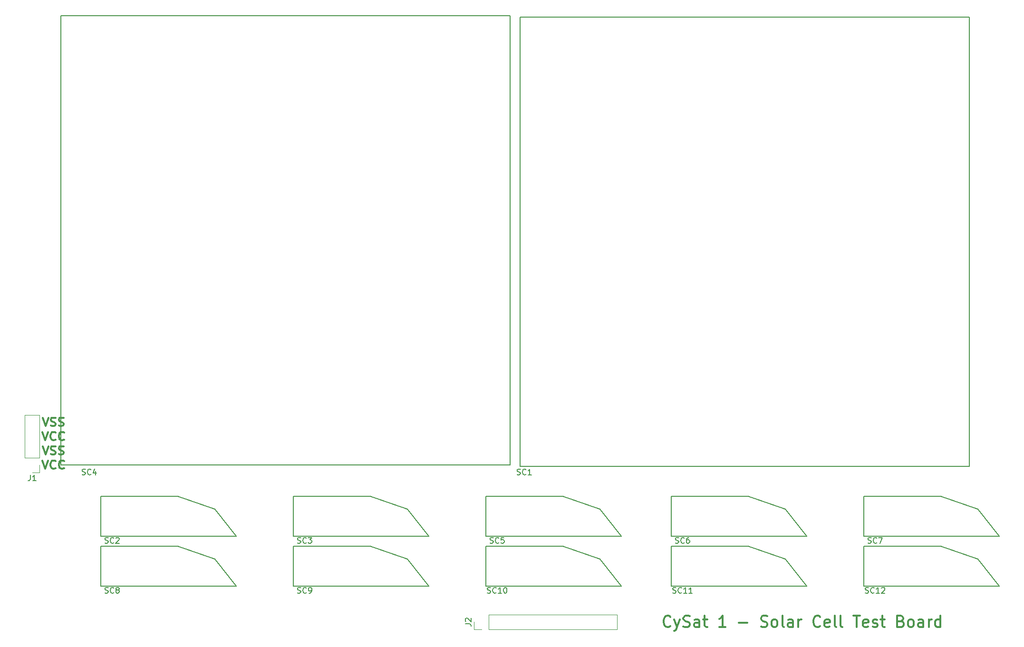
<source format=gbr>
G04 #@! TF.FileFunction,Legend,Top*
%FSLAX46Y46*%
G04 Gerber Fmt 4.6, Leading zero omitted, Abs format (unit mm)*
G04 Created by KiCad (PCBNEW 4.0.7) date Fri Jun 29 23:21:57 2018*
%MOMM*%
%LPD*%
G01*
G04 APERTURE LIST*
%ADD10C,0.100000*%
%ADD11C,0.300000*%
%ADD12C,0.120000*%
%ADD13C,0.150000*%
G04 APERTURE END LIST*
D10*
D11*
X104680000Y-100778571D02*
X105180000Y-102278571D01*
X105680000Y-100778571D01*
X107037143Y-102135714D02*
X106965714Y-102207143D01*
X106751428Y-102278571D01*
X106608571Y-102278571D01*
X106394286Y-102207143D01*
X106251428Y-102064286D01*
X106180000Y-101921429D01*
X106108571Y-101635714D01*
X106108571Y-101421429D01*
X106180000Y-101135714D01*
X106251428Y-100992857D01*
X106394286Y-100850000D01*
X106608571Y-100778571D01*
X106751428Y-100778571D01*
X106965714Y-100850000D01*
X107037143Y-100921429D01*
X108537143Y-102135714D02*
X108465714Y-102207143D01*
X108251428Y-102278571D01*
X108108571Y-102278571D01*
X107894286Y-102207143D01*
X107751428Y-102064286D01*
X107680000Y-101921429D01*
X107608571Y-101635714D01*
X107608571Y-101421429D01*
X107680000Y-101135714D01*
X107751428Y-100992857D01*
X107894286Y-100850000D01*
X108108571Y-100778571D01*
X108251428Y-100778571D01*
X108465714Y-100850000D01*
X108537143Y-100921429D01*
X104751429Y-98238571D02*
X105251429Y-99738571D01*
X105751429Y-98238571D01*
X106180000Y-99667143D02*
X106394286Y-99738571D01*
X106751429Y-99738571D01*
X106894286Y-99667143D01*
X106965715Y-99595714D01*
X107037143Y-99452857D01*
X107037143Y-99310000D01*
X106965715Y-99167143D01*
X106894286Y-99095714D01*
X106751429Y-99024286D01*
X106465715Y-98952857D01*
X106322857Y-98881429D01*
X106251429Y-98810000D01*
X106180000Y-98667143D01*
X106180000Y-98524286D01*
X106251429Y-98381429D01*
X106322857Y-98310000D01*
X106465715Y-98238571D01*
X106822857Y-98238571D01*
X107037143Y-98310000D01*
X107608571Y-99667143D02*
X107822857Y-99738571D01*
X108180000Y-99738571D01*
X108322857Y-99667143D01*
X108394286Y-99595714D01*
X108465714Y-99452857D01*
X108465714Y-99310000D01*
X108394286Y-99167143D01*
X108322857Y-99095714D01*
X108180000Y-99024286D01*
X107894286Y-98952857D01*
X107751428Y-98881429D01*
X107680000Y-98810000D01*
X107608571Y-98667143D01*
X107608571Y-98524286D01*
X107680000Y-98381429D01*
X107751428Y-98310000D01*
X107894286Y-98238571D01*
X108251428Y-98238571D01*
X108465714Y-98310000D01*
X104680000Y-95698571D02*
X105180000Y-97198571D01*
X105680000Y-95698571D01*
X107037143Y-97055714D02*
X106965714Y-97127143D01*
X106751428Y-97198571D01*
X106608571Y-97198571D01*
X106394286Y-97127143D01*
X106251428Y-96984286D01*
X106180000Y-96841429D01*
X106108571Y-96555714D01*
X106108571Y-96341429D01*
X106180000Y-96055714D01*
X106251428Y-95912857D01*
X106394286Y-95770000D01*
X106608571Y-95698571D01*
X106751428Y-95698571D01*
X106965714Y-95770000D01*
X107037143Y-95841429D01*
X108537143Y-97055714D02*
X108465714Y-97127143D01*
X108251428Y-97198571D01*
X108108571Y-97198571D01*
X107894286Y-97127143D01*
X107751428Y-96984286D01*
X107680000Y-96841429D01*
X107608571Y-96555714D01*
X107608571Y-96341429D01*
X107680000Y-96055714D01*
X107751428Y-95912857D01*
X107894286Y-95770000D01*
X108108571Y-95698571D01*
X108251428Y-95698571D01*
X108465714Y-95770000D01*
X108537143Y-95841429D01*
X104751429Y-93158571D02*
X105251429Y-94658571D01*
X105751429Y-93158571D01*
X106180000Y-94587143D02*
X106394286Y-94658571D01*
X106751429Y-94658571D01*
X106894286Y-94587143D01*
X106965715Y-94515714D01*
X107037143Y-94372857D01*
X107037143Y-94230000D01*
X106965715Y-94087143D01*
X106894286Y-94015714D01*
X106751429Y-93944286D01*
X106465715Y-93872857D01*
X106322857Y-93801429D01*
X106251429Y-93730000D01*
X106180000Y-93587143D01*
X106180000Y-93444286D01*
X106251429Y-93301429D01*
X106322857Y-93230000D01*
X106465715Y-93158571D01*
X106822857Y-93158571D01*
X107037143Y-93230000D01*
X107608571Y-94587143D02*
X107822857Y-94658571D01*
X108180000Y-94658571D01*
X108322857Y-94587143D01*
X108394286Y-94515714D01*
X108465714Y-94372857D01*
X108465714Y-94230000D01*
X108394286Y-94087143D01*
X108322857Y-94015714D01*
X108180000Y-93944286D01*
X107894286Y-93872857D01*
X107751428Y-93801429D01*
X107680000Y-93730000D01*
X107608571Y-93587143D01*
X107608571Y-93444286D01*
X107680000Y-93301429D01*
X107751428Y-93230000D01*
X107894286Y-93158571D01*
X108251428Y-93158571D01*
X108465714Y-93230000D01*
X216553808Y-130254286D02*
X216458570Y-130349524D01*
X216172855Y-130444762D01*
X215982379Y-130444762D01*
X215696665Y-130349524D01*
X215506189Y-130159048D01*
X215410950Y-129968571D01*
X215315712Y-129587619D01*
X215315712Y-129301905D01*
X215410950Y-128920952D01*
X215506189Y-128730476D01*
X215696665Y-128540000D01*
X215982379Y-128444762D01*
X216172855Y-128444762D01*
X216458570Y-128540000D01*
X216553808Y-128635238D01*
X217220474Y-129111429D02*
X217696665Y-130444762D01*
X218172855Y-129111429D02*
X217696665Y-130444762D01*
X217506189Y-130920952D01*
X217410950Y-131016190D01*
X217220474Y-131111429D01*
X218839522Y-130349524D02*
X219125237Y-130444762D01*
X219601427Y-130444762D01*
X219791903Y-130349524D01*
X219887141Y-130254286D01*
X219982380Y-130063810D01*
X219982380Y-129873333D01*
X219887141Y-129682857D01*
X219791903Y-129587619D01*
X219601427Y-129492381D01*
X219220475Y-129397143D01*
X219029999Y-129301905D01*
X218934760Y-129206667D01*
X218839522Y-129016190D01*
X218839522Y-128825714D01*
X218934760Y-128635238D01*
X219029999Y-128540000D01*
X219220475Y-128444762D01*
X219696665Y-128444762D01*
X219982380Y-128540000D01*
X221696665Y-130444762D02*
X221696665Y-129397143D01*
X221601427Y-129206667D01*
X221410951Y-129111429D01*
X221029999Y-129111429D01*
X220839522Y-129206667D01*
X221696665Y-130349524D02*
X221506189Y-130444762D01*
X221029999Y-130444762D01*
X220839522Y-130349524D01*
X220744284Y-130159048D01*
X220744284Y-129968571D01*
X220839522Y-129778095D01*
X221029999Y-129682857D01*
X221506189Y-129682857D01*
X221696665Y-129587619D01*
X222363332Y-129111429D02*
X223125237Y-129111429D01*
X222649046Y-128444762D02*
X222649046Y-130159048D01*
X222744285Y-130349524D01*
X222934761Y-130444762D01*
X223125237Y-130444762D01*
X226363333Y-130444762D02*
X225220475Y-130444762D01*
X225791904Y-130444762D02*
X225791904Y-128444762D01*
X225601428Y-128730476D01*
X225410952Y-128920952D01*
X225220475Y-129016190D01*
X228744285Y-129682857D02*
X230268095Y-129682857D01*
X232649047Y-130349524D02*
X232934762Y-130444762D01*
X233410952Y-130444762D01*
X233601428Y-130349524D01*
X233696666Y-130254286D01*
X233791905Y-130063810D01*
X233791905Y-129873333D01*
X233696666Y-129682857D01*
X233601428Y-129587619D01*
X233410952Y-129492381D01*
X233030000Y-129397143D01*
X232839524Y-129301905D01*
X232744285Y-129206667D01*
X232649047Y-129016190D01*
X232649047Y-128825714D01*
X232744285Y-128635238D01*
X232839524Y-128540000D01*
X233030000Y-128444762D01*
X233506190Y-128444762D01*
X233791905Y-128540000D01*
X234934762Y-130444762D02*
X234744286Y-130349524D01*
X234649047Y-130254286D01*
X234553809Y-130063810D01*
X234553809Y-129492381D01*
X234649047Y-129301905D01*
X234744286Y-129206667D01*
X234934762Y-129111429D01*
X235220476Y-129111429D01*
X235410952Y-129206667D01*
X235506190Y-129301905D01*
X235601428Y-129492381D01*
X235601428Y-130063810D01*
X235506190Y-130254286D01*
X235410952Y-130349524D01*
X235220476Y-130444762D01*
X234934762Y-130444762D01*
X236744286Y-130444762D02*
X236553810Y-130349524D01*
X236458571Y-130159048D01*
X236458571Y-128444762D01*
X238363333Y-130444762D02*
X238363333Y-129397143D01*
X238268095Y-129206667D01*
X238077619Y-129111429D01*
X237696667Y-129111429D01*
X237506190Y-129206667D01*
X238363333Y-130349524D02*
X238172857Y-130444762D01*
X237696667Y-130444762D01*
X237506190Y-130349524D01*
X237410952Y-130159048D01*
X237410952Y-129968571D01*
X237506190Y-129778095D01*
X237696667Y-129682857D01*
X238172857Y-129682857D01*
X238363333Y-129587619D01*
X239315714Y-130444762D02*
X239315714Y-129111429D01*
X239315714Y-129492381D02*
X239410953Y-129301905D01*
X239506191Y-129206667D01*
X239696667Y-129111429D01*
X239887143Y-129111429D01*
X243220477Y-130254286D02*
X243125239Y-130349524D01*
X242839524Y-130444762D01*
X242649048Y-130444762D01*
X242363334Y-130349524D01*
X242172858Y-130159048D01*
X242077619Y-129968571D01*
X241982381Y-129587619D01*
X241982381Y-129301905D01*
X242077619Y-128920952D01*
X242172858Y-128730476D01*
X242363334Y-128540000D01*
X242649048Y-128444762D01*
X242839524Y-128444762D01*
X243125239Y-128540000D01*
X243220477Y-128635238D01*
X244839524Y-130349524D02*
X244649048Y-130444762D01*
X244268096Y-130444762D01*
X244077619Y-130349524D01*
X243982381Y-130159048D01*
X243982381Y-129397143D01*
X244077619Y-129206667D01*
X244268096Y-129111429D01*
X244649048Y-129111429D01*
X244839524Y-129206667D01*
X244934762Y-129397143D01*
X244934762Y-129587619D01*
X243982381Y-129778095D01*
X246077620Y-130444762D02*
X245887144Y-130349524D01*
X245791905Y-130159048D01*
X245791905Y-128444762D01*
X247125239Y-130444762D02*
X246934763Y-130349524D01*
X246839524Y-130159048D01*
X246839524Y-128444762D01*
X249125239Y-128444762D02*
X250268096Y-128444762D01*
X249696668Y-130444762D02*
X249696668Y-128444762D01*
X251696668Y-130349524D02*
X251506192Y-130444762D01*
X251125240Y-130444762D01*
X250934763Y-130349524D01*
X250839525Y-130159048D01*
X250839525Y-129397143D01*
X250934763Y-129206667D01*
X251125240Y-129111429D01*
X251506192Y-129111429D01*
X251696668Y-129206667D01*
X251791906Y-129397143D01*
X251791906Y-129587619D01*
X250839525Y-129778095D01*
X252553811Y-130349524D02*
X252744288Y-130444762D01*
X253125240Y-130444762D01*
X253315716Y-130349524D01*
X253410954Y-130159048D01*
X253410954Y-130063810D01*
X253315716Y-129873333D01*
X253125240Y-129778095D01*
X252839526Y-129778095D01*
X252649049Y-129682857D01*
X252553811Y-129492381D01*
X252553811Y-129397143D01*
X252649049Y-129206667D01*
X252839526Y-129111429D01*
X253125240Y-129111429D01*
X253315716Y-129206667D01*
X253982383Y-129111429D02*
X254744288Y-129111429D01*
X254268097Y-128444762D02*
X254268097Y-130159048D01*
X254363336Y-130349524D01*
X254553812Y-130444762D01*
X254744288Y-130444762D01*
X257601431Y-129397143D02*
X257887145Y-129492381D01*
X257982384Y-129587619D01*
X258077622Y-129778095D01*
X258077622Y-130063810D01*
X257982384Y-130254286D01*
X257887145Y-130349524D01*
X257696669Y-130444762D01*
X256934764Y-130444762D01*
X256934764Y-128444762D01*
X257601431Y-128444762D01*
X257791907Y-128540000D01*
X257887145Y-128635238D01*
X257982384Y-128825714D01*
X257982384Y-129016190D01*
X257887145Y-129206667D01*
X257791907Y-129301905D01*
X257601431Y-129397143D01*
X256934764Y-129397143D01*
X259220479Y-130444762D02*
X259030003Y-130349524D01*
X258934764Y-130254286D01*
X258839526Y-130063810D01*
X258839526Y-129492381D01*
X258934764Y-129301905D01*
X259030003Y-129206667D01*
X259220479Y-129111429D01*
X259506193Y-129111429D01*
X259696669Y-129206667D01*
X259791907Y-129301905D01*
X259887145Y-129492381D01*
X259887145Y-130063810D01*
X259791907Y-130254286D01*
X259696669Y-130349524D01*
X259506193Y-130444762D01*
X259220479Y-130444762D01*
X261601431Y-130444762D02*
X261601431Y-129397143D01*
X261506193Y-129206667D01*
X261315717Y-129111429D01*
X260934765Y-129111429D01*
X260744288Y-129206667D01*
X261601431Y-130349524D02*
X261410955Y-130444762D01*
X260934765Y-130444762D01*
X260744288Y-130349524D01*
X260649050Y-130159048D01*
X260649050Y-129968571D01*
X260744288Y-129778095D01*
X260934765Y-129682857D01*
X261410955Y-129682857D01*
X261601431Y-129587619D01*
X262553812Y-130444762D02*
X262553812Y-129111429D01*
X262553812Y-129492381D02*
X262649051Y-129301905D01*
X262744289Y-129206667D01*
X262934765Y-129111429D01*
X263125241Y-129111429D01*
X264649050Y-130444762D02*
X264649050Y-128444762D01*
X264649050Y-130349524D02*
X264458574Y-130444762D01*
X264077622Y-130444762D01*
X263887146Y-130349524D01*
X263791907Y-130254286D01*
X263696669Y-130063810D01*
X263696669Y-129492381D01*
X263791907Y-129301905D01*
X263887146Y-129206667D01*
X264077622Y-129111429D01*
X264458574Y-129111429D01*
X264649050Y-129206667D01*
D12*
X104200000Y-92650000D02*
X101540000Y-92650000D01*
X104200000Y-100330000D02*
X104200000Y-92650000D01*
X101540000Y-100330000D02*
X101540000Y-92650000D01*
X104200000Y-100330000D02*
X101540000Y-100330000D01*
X104200000Y-101600000D02*
X104200000Y-102930000D01*
X104200000Y-102930000D02*
X102870000Y-102930000D01*
X207070000Y-130870000D02*
X207070000Y-128210000D01*
X184150000Y-130870000D02*
X207070000Y-130870000D01*
X184150000Y-128210000D02*
X207070000Y-128210000D01*
X184150000Y-130870000D02*
X184150000Y-128210000D01*
X182880000Y-130870000D02*
X181550000Y-130870000D01*
X181550000Y-130870000D02*
X181550000Y-129540000D01*
D13*
X189788800Y-101803200D02*
X189788800Y-21793200D01*
X189788800Y-21793200D02*
X269798800Y-21793200D01*
X269798800Y-21793200D02*
X269798800Y-101803200D01*
X269798800Y-101803200D02*
X189788800Y-101803200D01*
X115062000Y-114300000D02*
X115062000Y-107188000D01*
X115062000Y-107188000D02*
X128778000Y-107188000D01*
X128778000Y-107188000D02*
X135382000Y-109474000D01*
X135382000Y-109474000D02*
X139192000Y-114300000D01*
X139192000Y-114300000D02*
X115062000Y-114300000D01*
X149352000Y-114300000D02*
X149352000Y-107188000D01*
X149352000Y-107188000D02*
X163068000Y-107188000D01*
X163068000Y-107188000D02*
X169672000Y-109474000D01*
X169672000Y-109474000D02*
X173482000Y-114300000D01*
X173482000Y-114300000D02*
X149352000Y-114300000D01*
X107950000Y-101600000D02*
X107950000Y-21590000D01*
X107950000Y-21590000D02*
X187960000Y-21590000D01*
X187960000Y-21590000D02*
X187960000Y-101600000D01*
X187960000Y-101600000D02*
X107950000Y-101600000D01*
X183642000Y-114300000D02*
X183642000Y-107188000D01*
X183642000Y-107188000D02*
X197358000Y-107188000D01*
X197358000Y-107188000D02*
X203962000Y-109474000D01*
X203962000Y-109474000D02*
X207772000Y-114300000D01*
X207772000Y-114300000D02*
X183642000Y-114300000D01*
X216662000Y-114300000D02*
X216662000Y-107188000D01*
X216662000Y-107188000D02*
X230378000Y-107188000D01*
X230378000Y-107188000D02*
X236982000Y-109474000D01*
X236982000Y-109474000D02*
X240792000Y-114300000D01*
X240792000Y-114300000D02*
X216662000Y-114300000D01*
X250952000Y-114300000D02*
X250952000Y-107188000D01*
X250952000Y-107188000D02*
X264668000Y-107188000D01*
X264668000Y-107188000D02*
X271272000Y-109474000D01*
X271272000Y-109474000D02*
X275082000Y-114300000D01*
X275082000Y-114300000D02*
X250952000Y-114300000D01*
X115062000Y-123190000D02*
X115062000Y-116078000D01*
X115062000Y-116078000D02*
X128778000Y-116078000D01*
X128778000Y-116078000D02*
X135382000Y-118364000D01*
X135382000Y-118364000D02*
X139192000Y-123190000D01*
X139192000Y-123190000D02*
X115062000Y-123190000D01*
X149352000Y-123190000D02*
X149352000Y-116078000D01*
X149352000Y-116078000D02*
X163068000Y-116078000D01*
X163068000Y-116078000D02*
X169672000Y-118364000D01*
X169672000Y-118364000D02*
X173482000Y-123190000D01*
X173482000Y-123190000D02*
X149352000Y-123190000D01*
X183642000Y-123190000D02*
X183642000Y-116078000D01*
X183642000Y-116078000D02*
X197358000Y-116078000D01*
X197358000Y-116078000D02*
X203962000Y-118364000D01*
X203962000Y-118364000D02*
X207772000Y-123190000D01*
X207772000Y-123190000D02*
X183642000Y-123190000D01*
X216662000Y-123190000D02*
X216662000Y-116078000D01*
X216662000Y-116078000D02*
X230378000Y-116078000D01*
X230378000Y-116078000D02*
X236982000Y-118364000D01*
X236982000Y-118364000D02*
X240792000Y-123190000D01*
X240792000Y-123190000D02*
X216662000Y-123190000D01*
X250952000Y-123190000D02*
X250952000Y-116078000D01*
X250952000Y-116078000D02*
X264668000Y-116078000D01*
X264668000Y-116078000D02*
X271272000Y-118364000D01*
X271272000Y-118364000D02*
X275082000Y-123190000D01*
X275082000Y-123190000D02*
X250952000Y-123190000D01*
X102536667Y-103382381D02*
X102536667Y-104096667D01*
X102489047Y-104239524D01*
X102393809Y-104334762D01*
X102250952Y-104382381D01*
X102155714Y-104382381D01*
X103536667Y-104382381D02*
X102965238Y-104382381D01*
X103250952Y-104382381D02*
X103250952Y-103382381D01*
X103155714Y-103525238D01*
X103060476Y-103620476D01*
X102965238Y-103668095D01*
X180002381Y-129873333D02*
X180716667Y-129873333D01*
X180859524Y-129920953D01*
X180954762Y-130016191D01*
X181002381Y-130159048D01*
X181002381Y-130254286D01*
X180097619Y-129444762D02*
X180050000Y-129397143D01*
X180002381Y-129301905D01*
X180002381Y-129063809D01*
X180050000Y-128968571D01*
X180097619Y-128920952D01*
X180192857Y-128873333D01*
X180288095Y-128873333D01*
X180430952Y-128920952D01*
X181002381Y-129492381D01*
X181002381Y-128873333D01*
X189238095Y-103274762D02*
X189380952Y-103322381D01*
X189619048Y-103322381D01*
X189714286Y-103274762D01*
X189761905Y-103227143D01*
X189809524Y-103131905D01*
X189809524Y-103036667D01*
X189761905Y-102941429D01*
X189714286Y-102893810D01*
X189619048Y-102846190D01*
X189428571Y-102798571D01*
X189333333Y-102750952D01*
X189285714Y-102703333D01*
X189238095Y-102608095D01*
X189238095Y-102512857D01*
X189285714Y-102417619D01*
X189333333Y-102370000D01*
X189428571Y-102322381D01*
X189666667Y-102322381D01*
X189809524Y-102370000D01*
X190809524Y-103227143D02*
X190761905Y-103274762D01*
X190619048Y-103322381D01*
X190523810Y-103322381D01*
X190380952Y-103274762D01*
X190285714Y-103179524D01*
X190238095Y-103084286D01*
X190190476Y-102893810D01*
X190190476Y-102750952D01*
X190238095Y-102560476D01*
X190285714Y-102465238D01*
X190380952Y-102370000D01*
X190523810Y-102322381D01*
X190619048Y-102322381D01*
X190761905Y-102370000D01*
X190809524Y-102417619D01*
X191761905Y-103322381D02*
X191190476Y-103322381D01*
X191476190Y-103322381D02*
X191476190Y-102322381D01*
X191380952Y-102465238D01*
X191285714Y-102560476D01*
X191190476Y-102608095D01*
X115832095Y-115466762D02*
X115974952Y-115514381D01*
X116213048Y-115514381D01*
X116308286Y-115466762D01*
X116355905Y-115419143D01*
X116403524Y-115323905D01*
X116403524Y-115228667D01*
X116355905Y-115133429D01*
X116308286Y-115085810D01*
X116213048Y-115038190D01*
X116022571Y-114990571D01*
X115927333Y-114942952D01*
X115879714Y-114895333D01*
X115832095Y-114800095D01*
X115832095Y-114704857D01*
X115879714Y-114609619D01*
X115927333Y-114562000D01*
X116022571Y-114514381D01*
X116260667Y-114514381D01*
X116403524Y-114562000D01*
X117403524Y-115419143D02*
X117355905Y-115466762D01*
X117213048Y-115514381D01*
X117117810Y-115514381D01*
X116974952Y-115466762D01*
X116879714Y-115371524D01*
X116832095Y-115276286D01*
X116784476Y-115085810D01*
X116784476Y-114942952D01*
X116832095Y-114752476D01*
X116879714Y-114657238D01*
X116974952Y-114562000D01*
X117117810Y-114514381D01*
X117213048Y-114514381D01*
X117355905Y-114562000D01*
X117403524Y-114609619D01*
X117784476Y-114609619D02*
X117832095Y-114562000D01*
X117927333Y-114514381D01*
X118165429Y-114514381D01*
X118260667Y-114562000D01*
X118308286Y-114609619D01*
X118355905Y-114704857D01*
X118355905Y-114800095D01*
X118308286Y-114942952D01*
X117736857Y-115514381D01*
X118355905Y-115514381D01*
X150122095Y-115466762D02*
X150264952Y-115514381D01*
X150503048Y-115514381D01*
X150598286Y-115466762D01*
X150645905Y-115419143D01*
X150693524Y-115323905D01*
X150693524Y-115228667D01*
X150645905Y-115133429D01*
X150598286Y-115085810D01*
X150503048Y-115038190D01*
X150312571Y-114990571D01*
X150217333Y-114942952D01*
X150169714Y-114895333D01*
X150122095Y-114800095D01*
X150122095Y-114704857D01*
X150169714Y-114609619D01*
X150217333Y-114562000D01*
X150312571Y-114514381D01*
X150550667Y-114514381D01*
X150693524Y-114562000D01*
X151693524Y-115419143D02*
X151645905Y-115466762D01*
X151503048Y-115514381D01*
X151407810Y-115514381D01*
X151264952Y-115466762D01*
X151169714Y-115371524D01*
X151122095Y-115276286D01*
X151074476Y-115085810D01*
X151074476Y-114942952D01*
X151122095Y-114752476D01*
X151169714Y-114657238D01*
X151264952Y-114562000D01*
X151407810Y-114514381D01*
X151503048Y-114514381D01*
X151645905Y-114562000D01*
X151693524Y-114609619D01*
X152026857Y-114514381D02*
X152645905Y-114514381D01*
X152312571Y-114895333D01*
X152455429Y-114895333D01*
X152550667Y-114942952D01*
X152598286Y-114990571D01*
X152645905Y-115085810D01*
X152645905Y-115323905D01*
X152598286Y-115419143D01*
X152550667Y-115466762D01*
X152455429Y-115514381D01*
X152169714Y-115514381D01*
X152074476Y-115466762D01*
X152026857Y-115419143D01*
X111768095Y-103274762D02*
X111910952Y-103322381D01*
X112149048Y-103322381D01*
X112244286Y-103274762D01*
X112291905Y-103227143D01*
X112339524Y-103131905D01*
X112339524Y-103036667D01*
X112291905Y-102941429D01*
X112244286Y-102893810D01*
X112149048Y-102846190D01*
X111958571Y-102798571D01*
X111863333Y-102750952D01*
X111815714Y-102703333D01*
X111768095Y-102608095D01*
X111768095Y-102512857D01*
X111815714Y-102417619D01*
X111863333Y-102370000D01*
X111958571Y-102322381D01*
X112196667Y-102322381D01*
X112339524Y-102370000D01*
X113339524Y-103227143D02*
X113291905Y-103274762D01*
X113149048Y-103322381D01*
X113053810Y-103322381D01*
X112910952Y-103274762D01*
X112815714Y-103179524D01*
X112768095Y-103084286D01*
X112720476Y-102893810D01*
X112720476Y-102750952D01*
X112768095Y-102560476D01*
X112815714Y-102465238D01*
X112910952Y-102370000D01*
X113053810Y-102322381D01*
X113149048Y-102322381D01*
X113291905Y-102370000D01*
X113339524Y-102417619D01*
X114196667Y-102655714D02*
X114196667Y-103322381D01*
X113958571Y-102274762D02*
X113720476Y-102989048D01*
X114339524Y-102989048D01*
X184412095Y-115466762D02*
X184554952Y-115514381D01*
X184793048Y-115514381D01*
X184888286Y-115466762D01*
X184935905Y-115419143D01*
X184983524Y-115323905D01*
X184983524Y-115228667D01*
X184935905Y-115133429D01*
X184888286Y-115085810D01*
X184793048Y-115038190D01*
X184602571Y-114990571D01*
X184507333Y-114942952D01*
X184459714Y-114895333D01*
X184412095Y-114800095D01*
X184412095Y-114704857D01*
X184459714Y-114609619D01*
X184507333Y-114562000D01*
X184602571Y-114514381D01*
X184840667Y-114514381D01*
X184983524Y-114562000D01*
X185983524Y-115419143D02*
X185935905Y-115466762D01*
X185793048Y-115514381D01*
X185697810Y-115514381D01*
X185554952Y-115466762D01*
X185459714Y-115371524D01*
X185412095Y-115276286D01*
X185364476Y-115085810D01*
X185364476Y-114942952D01*
X185412095Y-114752476D01*
X185459714Y-114657238D01*
X185554952Y-114562000D01*
X185697810Y-114514381D01*
X185793048Y-114514381D01*
X185935905Y-114562000D01*
X185983524Y-114609619D01*
X186888286Y-114514381D02*
X186412095Y-114514381D01*
X186364476Y-114990571D01*
X186412095Y-114942952D01*
X186507333Y-114895333D01*
X186745429Y-114895333D01*
X186840667Y-114942952D01*
X186888286Y-114990571D01*
X186935905Y-115085810D01*
X186935905Y-115323905D01*
X186888286Y-115419143D01*
X186840667Y-115466762D01*
X186745429Y-115514381D01*
X186507333Y-115514381D01*
X186412095Y-115466762D01*
X186364476Y-115419143D01*
X217432095Y-115466762D02*
X217574952Y-115514381D01*
X217813048Y-115514381D01*
X217908286Y-115466762D01*
X217955905Y-115419143D01*
X218003524Y-115323905D01*
X218003524Y-115228667D01*
X217955905Y-115133429D01*
X217908286Y-115085810D01*
X217813048Y-115038190D01*
X217622571Y-114990571D01*
X217527333Y-114942952D01*
X217479714Y-114895333D01*
X217432095Y-114800095D01*
X217432095Y-114704857D01*
X217479714Y-114609619D01*
X217527333Y-114562000D01*
X217622571Y-114514381D01*
X217860667Y-114514381D01*
X218003524Y-114562000D01*
X219003524Y-115419143D02*
X218955905Y-115466762D01*
X218813048Y-115514381D01*
X218717810Y-115514381D01*
X218574952Y-115466762D01*
X218479714Y-115371524D01*
X218432095Y-115276286D01*
X218384476Y-115085810D01*
X218384476Y-114942952D01*
X218432095Y-114752476D01*
X218479714Y-114657238D01*
X218574952Y-114562000D01*
X218717810Y-114514381D01*
X218813048Y-114514381D01*
X218955905Y-114562000D01*
X219003524Y-114609619D01*
X219860667Y-114514381D02*
X219670190Y-114514381D01*
X219574952Y-114562000D01*
X219527333Y-114609619D01*
X219432095Y-114752476D01*
X219384476Y-114942952D01*
X219384476Y-115323905D01*
X219432095Y-115419143D01*
X219479714Y-115466762D01*
X219574952Y-115514381D01*
X219765429Y-115514381D01*
X219860667Y-115466762D01*
X219908286Y-115419143D01*
X219955905Y-115323905D01*
X219955905Y-115085810D01*
X219908286Y-114990571D01*
X219860667Y-114942952D01*
X219765429Y-114895333D01*
X219574952Y-114895333D01*
X219479714Y-114942952D01*
X219432095Y-114990571D01*
X219384476Y-115085810D01*
X251722095Y-115466762D02*
X251864952Y-115514381D01*
X252103048Y-115514381D01*
X252198286Y-115466762D01*
X252245905Y-115419143D01*
X252293524Y-115323905D01*
X252293524Y-115228667D01*
X252245905Y-115133429D01*
X252198286Y-115085810D01*
X252103048Y-115038190D01*
X251912571Y-114990571D01*
X251817333Y-114942952D01*
X251769714Y-114895333D01*
X251722095Y-114800095D01*
X251722095Y-114704857D01*
X251769714Y-114609619D01*
X251817333Y-114562000D01*
X251912571Y-114514381D01*
X252150667Y-114514381D01*
X252293524Y-114562000D01*
X253293524Y-115419143D02*
X253245905Y-115466762D01*
X253103048Y-115514381D01*
X253007810Y-115514381D01*
X252864952Y-115466762D01*
X252769714Y-115371524D01*
X252722095Y-115276286D01*
X252674476Y-115085810D01*
X252674476Y-114942952D01*
X252722095Y-114752476D01*
X252769714Y-114657238D01*
X252864952Y-114562000D01*
X253007810Y-114514381D01*
X253103048Y-114514381D01*
X253245905Y-114562000D01*
X253293524Y-114609619D01*
X253626857Y-114514381D02*
X254293524Y-114514381D01*
X253864952Y-115514381D01*
X115832095Y-124356762D02*
X115974952Y-124404381D01*
X116213048Y-124404381D01*
X116308286Y-124356762D01*
X116355905Y-124309143D01*
X116403524Y-124213905D01*
X116403524Y-124118667D01*
X116355905Y-124023429D01*
X116308286Y-123975810D01*
X116213048Y-123928190D01*
X116022571Y-123880571D01*
X115927333Y-123832952D01*
X115879714Y-123785333D01*
X115832095Y-123690095D01*
X115832095Y-123594857D01*
X115879714Y-123499619D01*
X115927333Y-123452000D01*
X116022571Y-123404381D01*
X116260667Y-123404381D01*
X116403524Y-123452000D01*
X117403524Y-124309143D02*
X117355905Y-124356762D01*
X117213048Y-124404381D01*
X117117810Y-124404381D01*
X116974952Y-124356762D01*
X116879714Y-124261524D01*
X116832095Y-124166286D01*
X116784476Y-123975810D01*
X116784476Y-123832952D01*
X116832095Y-123642476D01*
X116879714Y-123547238D01*
X116974952Y-123452000D01*
X117117810Y-123404381D01*
X117213048Y-123404381D01*
X117355905Y-123452000D01*
X117403524Y-123499619D01*
X117974952Y-123832952D02*
X117879714Y-123785333D01*
X117832095Y-123737714D01*
X117784476Y-123642476D01*
X117784476Y-123594857D01*
X117832095Y-123499619D01*
X117879714Y-123452000D01*
X117974952Y-123404381D01*
X118165429Y-123404381D01*
X118260667Y-123452000D01*
X118308286Y-123499619D01*
X118355905Y-123594857D01*
X118355905Y-123642476D01*
X118308286Y-123737714D01*
X118260667Y-123785333D01*
X118165429Y-123832952D01*
X117974952Y-123832952D01*
X117879714Y-123880571D01*
X117832095Y-123928190D01*
X117784476Y-124023429D01*
X117784476Y-124213905D01*
X117832095Y-124309143D01*
X117879714Y-124356762D01*
X117974952Y-124404381D01*
X118165429Y-124404381D01*
X118260667Y-124356762D01*
X118308286Y-124309143D01*
X118355905Y-124213905D01*
X118355905Y-124023429D01*
X118308286Y-123928190D01*
X118260667Y-123880571D01*
X118165429Y-123832952D01*
X150122095Y-124356762D02*
X150264952Y-124404381D01*
X150503048Y-124404381D01*
X150598286Y-124356762D01*
X150645905Y-124309143D01*
X150693524Y-124213905D01*
X150693524Y-124118667D01*
X150645905Y-124023429D01*
X150598286Y-123975810D01*
X150503048Y-123928190D01*
X150312571Y-123880571D01*
X150217333Y-123832952D01*
X150169714Y-123785333D01*
X150122095Y-123690095D01*
X150122095Y-123594857D01*
X150169714Y-123499619D01*
X150217333Y-123452000D01*
X150312571Y-123404381D01*
X150550667Y-123404381D01*
X150693524Y-123452000D01*
X151693524Y-124309143D02*
X151645905Y-124356762D01*
X151503048Y-124404381D01*
X151407810Y-124404381D01*
X151264952Y-124356762D01*
X151169714Y-124261524D01*
X151122095Y-124166286D01*
X151074476Y-123975810D01*
X151074476Y-123832952D01*
X151122095Y-123642476D01*
X151169714Y-123547238D01*
X151264952Y-123452000D01*
X151407810Y-123404381D01*
X151503048Y-123404381D01*
X151645905Y-123452000D01*
X151693524Y-123499619D01*
X152169714Y-124404381D02*
X152360190Y-124404381D01*
X152455429Y-124356762D01*
X152503048Y-124309143D01*
X152598286Y-124166286D01*
X152645905Y-123975810D01*
X152645905Y-123594857D01*
X152598286Y-123499619D01*
X152550667Y-123452000D01*
X152455429Y-123404381D01*
X152264952Y-123404381D01*
X152169714Y-123452000D01*
X152122095Y-123499619D01*
X152074476Y-123594857D01*
X152074476Y-123832952D01*
X152122095Y-123928190D01*
X152169714Y-123975810D01*
X152264952Y-124023429D01*
X152455429Y-124023429D01*
X152550667Y-123975810D01*
X152598286Y-123928190D01*
X152645905Y-123832952D01*
X183935905Y-124356762D02*
X184078762Y-124404381D01*
X184316858Y-124404381D01*
X184412096Y-124356762D01*
X184459715Y-124309143D01*
X184507334Y-124213905D01*
X184507334Y-124118667D01*
X184459715Y-124023429D01*
X184412096Y-123975810D01*
X184316858Y-123928190D01*
X184126381Y-123880571D01*
X184031143Y-123832952D01*
X183983524Y-123785333D01*
X183935905Y-123690095D01*
X183935905Y-123594857D01*
X183983524Y-123499619D01*
X184031143Y-123452000D01*
X184126381Y-123404381D01*
X184364477Y-123404381D01*
X184507334Y-123452000D01*
X185507334Y-124309143D02*
X185459715Y-124356762D01*
X185316858Y-124404381D01*
X185221620Y-124404381D01*
X185078762Y-124356762D01*
X184983524Y-124261524D01*
X184935905Y-124166286D01*
X184888286Y-123975810D01*
X184888286Y-123832952D01*
X184935905Y-123642476D01*
X184983524Y-123547238D01*
X185078762Y-123452000D01*
X185221620Y-123404381D01*
X185316858Y-123404381D01*
X185459715Y-123452000D01*
X185507334Y-123499619D01*
X186459715Y-124404381D02*
X185888286Y-124404381D01*
X186174000Y-124404381D02*
X186174000Y-123404381D01*
X186078762Y-123547238D01*
X185983524Y-123642476D01*
X185888286Y-123690095D01*
X187078762Y-123404381D02*
X187174001Y-123404381D01*
X187269239Y-123452000D01*
X187316858Y-123499619D01*
X187364477Y-123594857D01*
X187412096Y-123785333D01*
X187412096Y-124023429D01*
X187364477Y-124213905D01*
X187316858Y-124309143D01*
X187269239Y-124356762D01*
X187174001Y-124404381D01*
X187078762Y-124404381D01*
X186983524Y-124356762D01*
X186935905Y-124309143D01*
X186888286Y-124213905D01*
X186840667Y-124023429D01*
X186840667Y-123785333D01*
X186888286Y-123594857D01*
X186935905Y-123499619D01*
X186983524Y-123452000D01*
X187078762Y-123404381D01*
X216955905Y-124356762D02*
X217098762Y-124404381D01*
X217336858Y-124404381D01*
X217432096Y-124356762D01*
X217479715Y-124309143D01*
X217527334Y-124213905D01*
X217527334Y-124118667D01*
X217479715Y-124023429D01*
X217432096Y-123975810D01*
X217336858Y-123928190D01*
X217146381Y-123880571D01*
X217051143Y-123832952D01*
X217003524Y-123785333D01*
X216955905Y-123690095D01*
X216955905Y-123594857D01*
X217003524Y-123499619D01*
X217051143Y-123452000D01*
X217146381Y-123404381D01*
X217384477Y-123404381D01*
X217527334Y-123452000D01*
X218527334Y-124309143D02*
X218479715Y-124356762D01*
X218336858Y-124404381D01*
X218241620Y-124404381D01*
X218098762Y-124356762D01*
X218003524Y-124261524D01*
X217955905Y-124166286D01*
X217908286Y-123975810D01*
X217908286Y-123832952D01*
X217955905Y-123642476D01*
X218003524Y-123547238D01*
X218098762Y-123452000D01*
X218241620Y-123404381D01*
X218336858Y-123404381D01*
X218479715Y-123452000D01*
X218527334Y-123499619D01*
X219479715Y-124404381D02*
X218908286Y-124404381D01*
X219194000Y-124404381D02*
X219194000Y-123404381D01*
X219098762Y-123547238D01*
X219003524Y-123642476D01*
X218908286Y-123690095D01*
X220432096Y-124404381D02*
X219860667Y-124404381D01*
X220146381Y-124404381D02*
X220146381Y-123404381D01*
X220051143Y-123547238D01*
X219955905Y-123642476D01*
X219860667Y-123690095D01*
X251245905Y-124356762D02*
X251388762Y-124404381D01*
X251626858Y-124404381D01*
X251722096Y-124356762D01*
X251769715Y-124309143D01*
X251817334Y-124213905D01*
X251817334Y-124118667D01*
X251769715Y-124023429D01*
X251722096Y-123975810D01*
X251626858Y-123928190D01*
X251436381Y-123880571D01*
X251341143Y-123832952D01*
X251293524Y-123785333D01*
X251245905Y-123690095D01*
X251245905Y-123594857D01*
X251293524Y-123499619D01*
X251341143Y-123452000D01*
X251436381Y-123404381D01*
X251674477Y-123404381D01*
X251817334Y-123452000D01*
X252817334Y-124309143D02*
X252769715Y-124356762D01*
X252626858Y-124404381D01*
X252531620Y-124404381D01*
X252388762Y-124356762D01*
X252293524Y-124261524D01*
X252245905Y-124166286D01*
X252198286Y-123975810D01*
X252198286Y-123832952D01*
X252245905Y-123642476D01*
X252293524Y-123547238D01*
X252388762Y-123452000D01*
X252531620Y-123404381D01*
X252626858Y-123404381D01*
X252769715Y-123452000D01*
X252817334Y-123499619D01*
X253769715Y-124404381D02*
X253198286Y-124404381D01*
X253484000Y-124404381D02*
X253484000Y-123404381D01*
X253388762Y-123547238D01*
X253293524Y-123642476D01*
X253198286Y-123690095D01*
X254150667Y-123499619D02*
X254198286Y-123452000D01*
X254293524Y-123404381D01*
X254531620Y-123404381D01*
X254626858Y-123452000D01*
X254674477Y-123499619D01*
X254722096Y-123594857D01*
X254722096Y-123690095D01*
X254674477Y-123832952D01*
X254103048Y-124404381D01*
X254722096Y-124404381D01*
M02*

</source>
